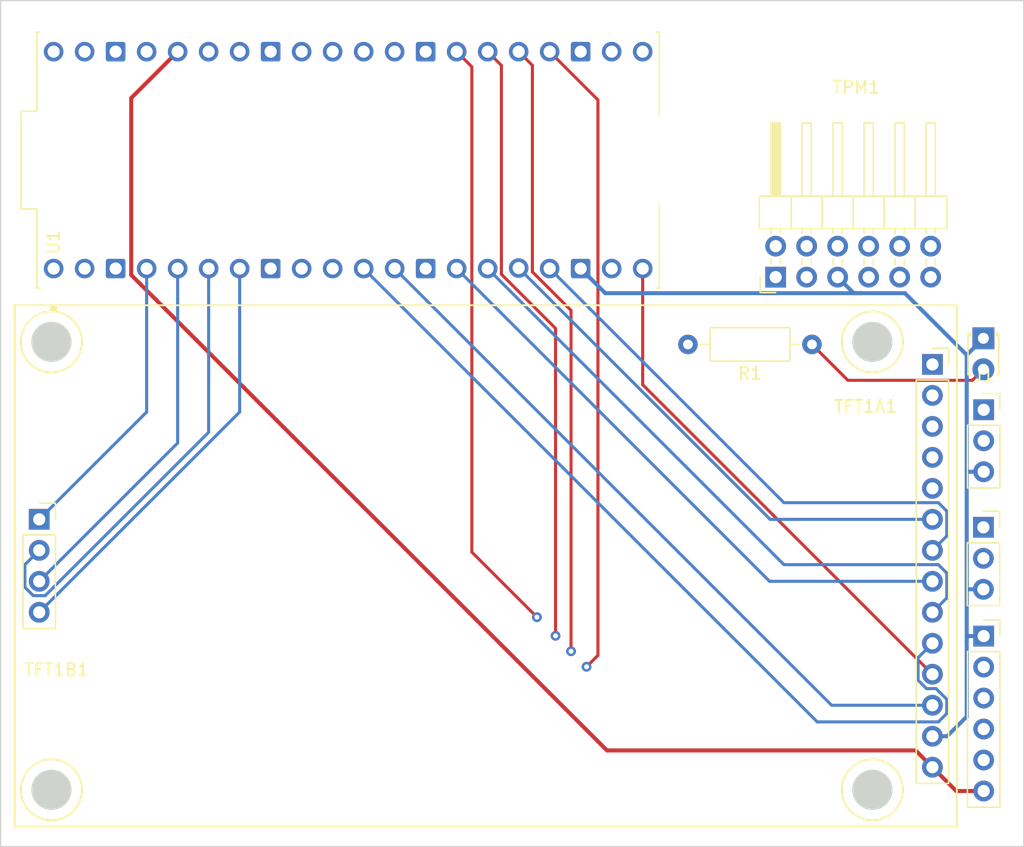
<source format=kicad_pcb>
(kicad_pcb (version 20211014) (generator pcbnew)
  (layers (0 "F.Cu" signal) (1 "In1.Cu" signal) (2 "In2.Cu" signal) (31 "B.Cu" signal) (34 "B.Paste" user) (35 "F.Paste" user) (36 "B.SilkS" user "B.Silkscreen") (37 "F.SilkS" user "F.Silkscreen") (38 "B.Mask" user) (39 "F.Mask" user) (44 "Edge.Cuts" user))
  (net 0 "")
  (net 6 "GND")
  (net 7 "Net-(R1-Pad1)")
  (net 8 "Net-(J2-Pad1)")
  (net 9 "+3V3")
  (net 10 "Net-(U1-Pad7)")
  (net 11 "Net-(U1-Pad34)")
  (net 12 "Net-(TFT1A1-Pad6)")
  (net 17 "Net-(TFT1A1-Pad7)")
  (net 18 "Net-(TFT1A1-Pad8)")
  (net 19 "Net-(TFT1A1-Pad9)")
  (net 20 "Net-(TFT1A1-Pad10)")
  (net 21 "Net-(TFT1A1-Pad11)")
  (net 22 "Net-(TFT1A1-Pad12)")
  (net 23 "/SCK")
  (net 24 "/MISO")
  (net 26 "/MOSI")
  (net 29 "Net-(U1-Pad29)")
  (net 35 "Net-(U1-Pad31)")
  (net 37 "Net-(U1-Pad32)")
  (net 38 "Net-(U1-Pad21)")
  (net 39 "Net-(U1-Pad22)")
  (net 40 "Net-(U1-Pad2)")
  (net 42 "Net-(J3-Pad2)")
  (net 43 "Net-(J3-Pad3)")
  (net 44 "Net-(J3-Pad4)")
  (net 45 "Net-(J3-Pad5)")
  (footprint "Connector_PinSocket_2.54mm:PinSocket_1x03_P2.54mm_Vertical" (layer "F.Cu") (at 199.644 78.994)
    (fp_text reference "J2" hide)
    (fp_text value "Conn_01x02_Male" hide)
    (fp_line (start -1.33 1.27) (end 1.33 1.27) (layer "F.SilkS") (width 0.12))
    (fp_line (start 0 -1.33) (end 1.33 -1.33) (layer "F.SilkS") (width 0.12))
    (fp_line (start 1.33 1.27) (end 1.33 6.41) (layer "F.SilkS") (width 0.12))
    (fp_line (start -1.33 1.27) (end -1.33 6.41) (layer "F.SilkS") (width 0.12))
    (fp_line (start -1.33 6.41) (end 1.33 6.41) (layer "F.SilkS") (width 0.12))
    (fp_line (start 1.33 -1.33) (end 1.33 0) (layer "F.SilkS") (width 0.12))
    (pad "1" thru_hole rect (at 0 0) (size 1.7 1.7) (drill 1) (layers *.Cu *.Mask) (net 8 "Net-(J2-Pad1)"))
    (pad "2" thru_hole oval (at 0 2.54) (size 1.7 1.7) (drill 1) (layers *.Cu *.Mask) (net 40 "Net-(U1-Pad2)"))
    (pad "3" thru_hole oval (at 0 5.08) (size 1.7 1.7) (drill 1) (layers *.Cu *.Mask) (net 6 "GND"))
  )
  (footprint "Connector_PinSocket_2.54mm:PinSocket_1x03_P2.54mm_Vertical" (layer "F.Cu") (at 199.669 69.357)
    (fp_text reference "J1" (at 0 -2.77) (layer "F.SilkS"))
    (fp_text value "Conn_01x02_Male" hide)
    (fp_line (start 1.33 -1.33) (end 1.33 0) (layer "F.SilkS") (width 0.12))
    (fp_line (start -1.33 1.27) (end 1.33 1.27) (layer "F.SilkS") (width 0.12))
    (fp_line (start 1.33 1.27) (end 1.33 6.41) (layer "F.SilkS") (width 0.12))
    (fp_line (start -1.33 6.41) (end 1.33 6.41) (layer "F.SilkS") (width 0.12))
    (fp_line (start -1.33 1.27) (end -1.33 6.41) (layer "F.SilkS") (width 0.12))
    (fp_line (start 0 -1.33) (end 1.33 -1.33) (layer "F.SilkS") (width 0.12))
    (pad "1" thru_hole rect (at 0 0) (size 1.7 1.7) (drill 1) (layers *.Cu *.Mask) (net 38 "Net-(U1-Pad21)"))
    (pad "2" thru_hole oval (at 0 2.54) (size 1.7 1.7) (drill 1) (layers *.Cu *.Mask) (net 39 "Net-(U1-Pad22)"))
    (pad "3" thru_hole oval (at 0 5.08) (size 1.7 1.7) (drill 1) (layers *.Cu *.Mask) (net 6 "GND"))
  )
  (footprint "Connector_PinSocket_2.54mm:PinSocket_1x06_P2.54mm_Vertical" (layer "F.Cu") (at 199.669 87.909)
    (fp_text reference "J3" hide)
    (fp_text value "Conn_01x06_Female" hide)
    (fp_line (start 1.33 -1.33) (end 1.33 0) (layer "F.SilkS") (width 0.12))
    (fp_line (start -1.33 1.27) (end -1.33 14.03) (layer "F.SilkS") (width 0.12))
    (fp_line (start 0 -1.33) (end 1.33 -1.33) (layer "F.SilkS") (width 0.12))
    (fp_line (start 1.33 1.27) (end 1.33 14.03) (layer "F.SilkS") (width 0.12))
    (fp_line (start -1.33 1.27) (end 1.33 1.27) (layer "F.SilkS") (width 0.12))
    (fp_line (start -1.33 14.03) (end 1.33 14.03) (layer "F.SilkS") (width 0.12))
    (pad "1" thru_hole rect (at 0 0) (size 1.7 1.7) (drill 1) (layers *.Cu *.Mask) (net 6 "GND"))
    (pad "2" thru_hole oval (at 0 2.54) (size 1.7 1.7) (drill 1) (layers *.Cu *.Mask) (net 42 "Net-(J3-Pad2)"))
    (pad "3" thru_hole oval (at 0 5.08) (size 1.7 1.7) (drill 1) (layers *.Cu *.Mask) (net 43 "Net-(J3-Pad3)"))
    (pad "4" thru_hole oval (at 0 7.62) (size 1.7 1.7) (drill 1) (layers *.Cu *.Mask) (net 44 "Net-(J3-Pad4)"))
    (pad "5" thru_hole oval (at 0 10.16) (size 1.7 1.7) (drill 1) (layers *.Cu *.Mask) (net 45 "Net-(J3-Pad5)"))
    (pad "6" thru_hole oval (at 0 12.7) (size 1.7 1.7) (drill 1) (layers *.Cu *.Mask) (net 9 "+3V3"))
  )
  (footprint "Connector_PinHeader_2.54mm:PinHeader_2x06_P2.54mm_Horizontal" (layer "F.Cu") (at 182.626 58.482 90)
    (fp_text reference "TPM1" (at 15.556 6.604 180) (layer "F.SilkS"))
    (fp_text value "Conn_02x06_Odd_Even" hide)
    (fp_line (start 6.64 -0.2) (end 12.64 -0.2) (layer "F.SilkS") (width 0.12))
    (fp_line (start 3.582929 2.16) (end 3.98 2.16) (layer "F.SilkS") (width 0.12))
    (fp_line (start 3.98 6.35) (end 6.64 6.35) (layer "F.SilkS") (width 0.12))
    (fp_line (start 3.582929 10.54) (end 3.98 10.54) (layer "F.SilkS") (width 0.12))
    (fp_line (start 12.64 13.08) (end 6.64 13.08) (layer "F.SilkS") (width 0.12))
    (fp_line (start 3.582929 5.46) (end 3.98 5.46) (layer "F.SilkS") (width 0.12))
    (fp_line (start 3.582929 -0.38) (end 3.98 -0.38) (layer "F.SilkS") (width 0.12))
    (fp_line (start 6.64 0.28) (end 12.64 0.28) (layer "F.SilkS") (width 0.12))
    (fp_line (start 1.042929 5.46) (end 1.497071 5.46) (layer "F.SilkS") (width 0.12))
    (fp_line (start 12.64 -0.38) (end 12.64 0.38) (layer "F.SilkS") (width 0.12))
    (fp_line (start 12.64 12.32) (end 12.64 13.08) (layer "F.SilkS") (width 0.12))
    (fp_line (start 6.64 9.78) (end 12.64 9.78) (layer "F.SilkS") (width 0.12))
    (fp_line (start 3.98 3.81) (end 6.64 3.81) (layer "F.SilkS") (width 0.12))
    (fp_line (start 1.042929 13.08) (end 1.497071 13.08) (layer "F.SilkS") (width 0.12))
    (fp_line (start 3.582929 9.78) (end 3.98 9.78) (layer "F.SilkS") (width 0.12))
    (fp_line (start 3.98 8.89) (end 6.64 8.89) (layer "F.SilkS") (width 0.12))
    (fp_line (start 3.98 14.03) (end 6.64 14.03) (layer "F.SilkS") (width 0.12))
    (fp_line (start 12.64 0.38) (end 6.64 0.38) (layer "F.SilkS") (width 0.12))
    (fp_line (start 3.98 1.27) (end 6.64 1.27) (layer "F.SilkS") (width 0.12))
    (fp_line (start 6.64 0.16) (end 12.64 0.16) (layer "F.SilkS") (width 0.12))
    (fp_line (start 12.64 7.24) (end 12.64 8) (layer "F.SilkS") (width 0.12))
    (fp_line (start 1.042929 12.32) (end 1.497071 12.32) (layer "F.SilkS") (width 0.12))
    (fp_line (start 1.042929 2.16) (end 1.497071 2.16) (layer "F.SilkS") (width 0.12))
    (fp_line (start 12.64 9.78) (end 12.64 10.54) (layer "F.SilkS") (width 0.12))
    (fp_line (start 12.64 2.92) (end 6.64 2.92) (layer "F.SilkS") (width 0.12))
    (fp_line (start 1.042929 7.24) (end 1.497071 7.24) (layer "F.SilkS") (width 0.12))
    (fp_line (start 1.042929 2.92) (end 1.497071 2.92) (layer "F.SilkS") (width 0.12))
    (fp_line (start 3.98 11.43) (end 6.64 11.43) (layer "F.SilkS") (width 0.12))
    (fp_line (start 1.042929 10.54) (end 1.497071 10.54) (layer "F.SilkS") (width 0.12))
    (fp_line (start 6.64 2.16) (end 12.64 2.16) (layer "F.SilkS") (width 0.12))
    (fp_line (start 3.582929 7.24) (end 3.98 7.24) (layer "F.SilkS") (width 0.12))
    (fp_line (start 6.64 0.04) (end 12.64 0.04) (layer "F.SilkS") (width 0.12))
    (fp_line (start 6.64 4.7) (end 12.64 4.7) (layer "F.SilkS") (width 0.12))
    (fp_line (start 6.64 14.03) (end 6.64 -1.33) (layer "F.SilkS") (width 0.12))
    (fp_line (start -1.27 0) (end -1.27 -1.27) (layer "F.SilkS") (width 0.12))
    (fp_line (start 1.11 0.38) (end 1.497071 0.38) (layer "F.SilkS") (width 0.12))
    (fp_line (start 6.64 -0.08) (end 12.64 -0.08) (layer "F.SilkS") (width 0.12))
    (fp_line (start 3.582929 8) (end 3.98 8) (layer "F.SilkS") (width 0.12))
    (fp_line (start 12.64 2.16) (end 12.64 2.92) (layer "F.SilkS") (width 0.12))
    (fp_line (start 12.64 8) (end 6.64 8) (layer "F.SilkS") (width 0.12))
    (fp_line (start 3.582929 0.38) (end 3.98 0.38) (layer "F.SilkS") (width 0.12))
    (fp_line (start 1.11 -0.38) (end 1.497071 -0.38) (layer "F.SilkS") (width 0.12))
    (fp_line (start 12.64 10.54) (end 6.64 10.54) (layer "F.SilkS") (width 0.12))
    (fp_line (start 3.582929 4.7) (end 3.98 4.7) (layer "F.SilkS") (width 0.12))
    (fp_line (start 6.64 12.32) (end 12.64 12.32) (layer "F.SilkS") (width 0.12))
    (fp_line (start 3.98 -1.33) (end 3.98 14.03) (layer "F.SilkS") (width 0.12))
    (fp_line (start 3.582929 12.32) (end 3.98 12.32) (layer "F.SilkS") (width 0.12))
    (fp_line (start 6.64 -0.32) (end 12.64 -0.32) (layer "F.SilkS") (width 0.12))
    (fp_line (start 6.64 -1.33) (end 3.98 -1.33) (layer "F.SilkS") (width 0.12))
    (fp_line (start 1.042929 4.7) (end 1.497071 4.7) (layer "F.SilkS") (width 0.12))
    (fp_line (start 3.582929 13.08) (end 3.98 13.08) (layer "F.SilkS") (width 0.12))
    (fp_line (start 1.042929 8) (end 1.497071 8) (layer "F.SilkS") (width 0.12))
    (fp_line (start 3.582929 2.92) (end 3.98 2.92) (layer "F.SilkS") (width 0.12))
    (fp_line (start 6.64 7.24) (end 12.64 7.24) (layer "F.SilkS") (width 0.12))
    (fp_line (start 12.64 4.7) (end 12.64 5.46) (layer "F.SilkS") (width 0.12))
    (fp_line (start 12.64 5.46) (end 6.64 5.46) (layer "F.SilkS") (width 0.12))
    (fp_line (start 6.64 -0.38) (end 12.64 -0.38) (layer "F.SilkS") (width 0.12))
    (fp_line (start -1.27 -1.27) (end 0 -1.27) (layer "F.SilkS") (width 0.12))
    (fp_line (start 1.042929 9.78) (end 1.497071 9.78) (layer "F.SilkS") (width 0.12))
    (pad "1" thru_hole rect (at 0 0 90) (size 1.7 1.7) (drill 1) (layers *.Cu *.Mask))
    (pad "2" thru_hole oval (at 2.54 0 90) (size 1.7 1.7) (drill 1) (layers *.Cu *.Mask) (net 29 "Net-(U1-Pad29)"))
    (pad "3" thru_hole oval (at 0 2.54 90) (size 1.7 1.7) (drill 1) (layers *.Cu *.Mask))
    (pad "4" thru_hole oval (at 2.54 2.54 90) (size 1.7 1.7) (drill 1) (layers *.Cu *.Mask) (net 6 "GND"))
    (pad "5" thru_hole oval (at 0 5.08 90) (size 1.7 1.7) (drill 1) (layers *.Cu *.Mask) (net 6 "GND"))
    (pad "6" thru_hole oval (at 2.54 5.08 90) (size 1.7 1.7) (drill 1) (layers *.Cu *.Mask) (net 35 "Net-(U1-Pad31)"))
    (pad "7" thru_hole oval (at 0 7.62 90) (size 1.7 1.7) (drill 1) (layers *.Cu *.Mask))
    (pad "8" thru_hole oval (at 2.54 7.62 90) (size 1.7 1.7) (drill 1) (layers *.Cu *.Mask) (net 23 "/SCK"))
    (pad "9" thru_hole oval (at 0 10.16 90) (size 1.7 1.7) (drill 1) (layers *.Cu *.Mask) (net 24 "/MISO"))
    (pad "10" thru_hole oval (at 2.54 10.16 90) (size 1.7 1.7) (drill 1) (layers *.Cu *.Mask) (net 26 "/MOSI"))
    (pad "11" thru_hole oval (at 0 12.7 90) (size 1.7 1.7) (drill 1) (layers *.Cu *.Mask) (net 9 "+3V3"))
    (pad "12" thru_hole oval (at 2.54 12.7 90) (size 1.7 1.7) (drill 1) (layers *.Cu *.Mask) (net 37 "Net-(U1-Pad32)"))
  )
  (footprint "Connector_PinSocket_2.54mm:PinSocket_1x14_P2.54mm_Vertical" (layer "F.Cu") (at 195.47 65.64)
    (fp_text reference "TFT1A1" (at -5.478 3.448) (layer "F.SilkS"))
    (fp_text value "Conn_01x14_Female" hide)
    (fp_line (start -1.33 34.35) (end 1.33 34.35) (layer "F.SilkS") (width 0.12))
    (fp_line (start -1.33 1.27) (end -1.33 34.35) (layer "F.SilkS") (width 0.12))
    (fp_line (start -1.33 1.27) (end 1.33 1.27) (layer "F.SilkS") (width 0.12))
    (fp_line (start 1.33 -1.33) (end 1.33 0) (layer "F.SilkS") (width 0.12))
    (fp_line (start 0 -1.33) (end 1.33 -1.33) (layer "F.SilkS") (width 0.12))
    (fp_line (start 1.33 1.27) (end 1.33 34.35) (layer "F.SilkS") (width 0.12))
    (pad "1" thru_hole rect (at 0 0) (size 1.7 1.7) (drill 1) (layers *.Cu *.Mask))
    (pad "2" thru_hole oval (at 0 2.54) (size 1.7 1.7) (drill 1) (layers *.Cu *.Mask))
    (pad "3" thru_hole oval (at 0 5.08) (size 1.7 1.7) (drill 1) (layers *.Cu *.Mask))
    (pad "4" thru_hole oval (at 0 7.62) (size 1.7 1.7) (drill 1) (layers *.Cu *.Mask))
    (pad "5" thru_hole oval (at 0 10.16) (size 1.7 1.7) (drill 1) (layers *.Cu *.Mask))
    (pad "6" thru_hole oval (at 0 12.7) (size 1.7 1.7) (drill 1) (layers *.Cu *.Mask) (net 12 "Net-(TFT1A1-Pad6)"))
    (pad "7" thru_hole oval (at 0 15.24) (size 1.7 1.7) (drill 1) (layers *.Cu *.Mask) (net 17 "Net-(TFT1A1-Pad7)"))
    (pad "8" thru_hole oval (at 0 17.78) (size 1.7 1.7) (drill 1) (layers *.Cu *.Mask) (net 18 "Net-(TFT1A1-Pad8)"))
    (pad "9" thru_hole oval (at 0 20.32) (size 1.7 1.7) (drill 1) (layers *.Cu *.Mask) (net 19 "Net-(TFT1A1-Pad9)"))
    (pad "10" thru_hole oval (at 0 22.86) (size 1.7 1.7) (drill 1) (layers *.Cu *.Mask) (net 20 "Net-(TFT1A1-Pad10)"))
    (pad "11" thru_hole oval (at 0 25.4) (size 1.7 1.7) (drill 1) (layers *.Cu *.Mask) (net 21 "Net-(TFT1A1-Pad11)"))
    (pad "12" thru_hole oval (at 0 27.94) (size 1.7 1.7) (drill 1) (layers *.Cu *.Mask) (net 22 "Net-(TFT1A1-Pad12)"))
    (pad "13" thru_hole oval (at 0 30.48) (size 1.7 1.7) (drill 1) (layers *.Cu *.Mask) (net 6 "GND"))
    (pad "14" thru_hole oval (at 0 33.02) (size 1.7 1.7) (drill 1) (layers *.Cu *.Mask) (net 9 "+3V3"))
  )
  (footprint "Resistor_THT:R_Axial_DIN0207_L6.3mm_D2.5mm_P10.16mm_Horizontal" (layer "F.Cu") (at 185.6 64 180)
    (fp_text reference "R1" (at 5.08 -2.37) (layer "F.SilkS"))
    (fp_text value "100R")
    (fp_line (start 1.04 0) (end 1.81 0) (layer "F.SilkS") (width 0.12))
    (fp_line (start 8.35 1.37) (end 8.35 -1.37) (layer "F.SilkS") (width 0.12))
    (fp_line (start 9.12 0) (end 8.35 0) (layer "F.SilkS") (width 0.12))
    (fp_line (start 1.81 1.37) (end 8.35 1.37) (layer "F.SilkS") (width 0.12))
    (fp_line (start 8.35 -1.37) (end 1.81 -1.37) (layer "F.SilkS") (width 0.12))
    (fp_line (start 1.81 -1.37) (end 1.81 1.37) (layer "F.SilkS") (width 0.12))
    (pad "1" thru_hole circle (at 0 0 180) (size 1.6 1.6) (drill 0.8) (layers *.Cu *.Mask) (net 7 "Net-(R1-Pad1)"))
    (pad "2" thru_hole oval (at 10.16 0 180) (size 1.6 1.6) (drill 0.8) (layers *.Cu *.Mask) (net 11 "Net-(U1-Pad34)"))
  )
  (footprint "Raspberry_Pi_Pico_W_Kicad_Files:MODULE_SC0918" (layer "F.Cu") (at 147.6 48.89 90)
    (fp_text reference "U1" (at -6.736 -24.156 90) (layer "F.SilkS"))
    (fp_text value "Pico")
    (fp_line (start -4 -25.5) (end -4 -26.8) (layer "F.SilkS") (width 0.127))
    (fp_line (start 10.5 -25.5) (end 10.5 -25.25) (layer "F.SilkS") (width 0.127))
    (fp_line (start -10.5 -25.25) (end -10.5 -25.5) (layer "F.SilkS") (width 0.127))
    (fp_line (start -10.5 -25.5) (end -4 -25.5) (layer "F.SilkS") (width 0.127))
    (fp_line (start 4 -26.8) (end 4 -25.5) (layer "F.SilkS") (width 0.127))
    (fp_line (start -3.66 25.5) (end -10.5 25.5) (layer "F.SilkS") (width 0.127))
    (fp_line (start -10.5 25.5) (end -10.5 25.25) (layer "F.SilkS") (width 0.127))
    (fp_line (start 10.5 25.5) (end 3.66 25.5) (layer "F.SilkS") (width 0.127))
    (fp_line (start 4 -25.5) (end 10.5 -25.5) (layer "F.SilkS") (width 0.127))
    (fp_line (start -4 -26.8) (end 4 -26.8) (layer "F.SilkS") (width 0.127))
    (fp_line (start 10.5 25.5) (end 10.5 25.25) (layer "F.SilkS") (width 0.127))
    (fp_circle (center -12.19 -24.13) (end -11.99 -24.13) (layer "F.SilkS") (width 0.2) (fill solid))
    (pad "1" thru_hole circle (at -8.89 -24.13 90) (size 1.6 1.6) (drill 1) (layers *.Cu *.Mask) (net 8 "Net-(J2-Pad1)"))
    (pad "2" thru_hole circle (at -8.89 -21.59 90) (size 1.6 1.6) (drill 1) (layers *.Cu *.Mask) (net 40 "Net-(U1-Pad2)"))
    (pad "3" thru_hole roundrect (at -8.89 -19.05 90) (size 1.6 1.6) (drill 1) (layers *.Cu *.Mask) (roundrect_rratio 0.125) (net 6 "GND"))
    (pad "4" thru_hole circle (at -8.89 -16.51 90) (size 1.6 1.6) (drill 1) (layers *.Cu *.Mask) (net 23 "/SCK"))
    (pad "5" thru_hole circle (at -8.89 -13.97 90) (size 1.6 1.6) (drill 1) (layers *.Cu *.Mask) (net 26 "/MOSI"))
    (pad "6" thru_hole circle (at -8.89 -11.43 90) (size 1.6 1.6) (drill 1) (layers *.Cu *.Mask) (net 24 "/MISO"))
    (pad "7" thru_hole circle (at -8.89 -8.89 90) (size 1.6 1.6) (drill 1) (layers *.Cu *.Mask) (net 10 "Net-(U1-Pad7)"))
    (pad "8" thru_hole roundrect (at -8.89 -6.35 90) (size 1.6 1.6) (drill 1) (layers *.Cu *.Mask) (roundrect_rratio 0.125) (net 6 "GND"))
    (pad "9" thru_hole circle (at -8.89 -3.81 90) (size 1.6 1.6) (drill 1) (layers *.Cu *.Mask))
    (pad "10" thru_hole circle (at -8.89 -1.27 90) (size 1.6 1.6) (drill 1) (layers *.Cu *.Mask))
    (pad "11" thru_hole circle (at -8.89 1.27 90) (size 1.6 1.6) (drill 1) (layers *.Cu *.Mask) (net 20 "Net-(TFT1A1-Pad10)"))
    (pad "12" thru_hole circle (at -8.89 3.81 90) (size 1.6 1.6) (drill 1) (layers *.Cu *.Mask) (net 22 "Net-(TFT1A1-Pad12)"))
    (pad "13" thru_hole roundrect (at -8.89 6.35 90) (size 1.6 1.6) (drill 1) (layers *.Cu *.Mask) (roundrect_rratio 0.125))
    (pad "14" thru_hole circle (at -8.89 8.89 90) (size 1.6 1.6) (drill 1) (layers *.Cu *.Mask) (net 18 "Net-(TFT1A1-Pad8)"))
    (pad "15" thru_hole circle (at -8.89 11.43 90) (size 1.6 1.6) (drill 1) (layers *.Cu *.Mask) (net 19 "Net-(TFT1A1-Pad9)"))
    (pad "16" thru_hole circle (at -8.848119 13.97 90) (size 1.6 1.6) (drill 1) (layers *.Cu *.Mask) (net 12 "Net-(TFT1A1-Pad6)"))
    (pad "17" thru_hole circle (at -8.89 16.51 90) (size 1.6 1.6) (drill 1) (layers *.Cu *.Mask) (net 17 "Net-(TFT1A1-Pad7)"))
    (pad "18" thru_hole roundrect (at -8.89 19.05 90) (size 1.6 1.6) (drill 1) (layers *.Cu *.Mask) (roundrect_rratio 0.125) (net 6 "GND"))
    (pad "19" thru_hole circle (at -8.89 21.59 90) (size 1.6 1.6) (drill 1) (layers *.Cu *.Mask))
    (pad "20" thru_hole circle (at -8.89 24.13 90) (size 1.6 1.6) (drill 1) (layers *.Cu *.Mask) (net 21 "Net-(TFT1A1-Pad11)"))
    (pad "21" thru_hole circle (at 8.89 24.13 90) (size 1.6 1.6) (drill 1) (layers *.Cu *.Mask) (net 38 "Net-(U1-Pad21)"))
    (pad "22" thru_hole circle (at 8.89 21.59 90) (size 1.6 1.6) (drill 1) (layers *.Cu *.Mask) (net 39 "Net-(U1-Pad22)"))
    (pad "23" thru_hole roundrect (at 8.89 19.05 90) (size 1.6 1.6) (drill 1) (layers *.Cu *.Mask) (roundrect_rratio 0.125) (net 6 "GND"))
    (pad "24" thru_hole circle (at 8.89 16.51 90) (size 1.6 1.6) (drill 1) (layers *.Cu *.Mask) (net 45 "Net-(J3-Pad5)"))
    (pad "25" thru_hole circle (at 8.89 13.97 90) (size 1.6 1.6) (drill 1) (layers *.Cu *.Mask) (net 44 "Net-(J3-Pad4)"))
    (pad "26" thru_hole circle (at 8.89 11.43 90) (size 1.6 1.6) (drill 1) (layers *.Cu *.Mask) (net 43 "Net-(J3-Pad3)"))
    (pad "27" thru_hole circle (at 8.89 8.89 90) (size 1.6 1.6) (drill 1) (layers *.Cu *.Mask) (net 42 "Net-(J3-Pad2)"))
    (pad "28" thru_hole roundrect (at 8.89 6.35 90) (size 1.6 1.6) (drill 1) (layers *.Cu *.Mask) (roundrect_rratio 0.125))
    (pad "29" thru_hole circle (at 8.89 3.81 90) (size 1.6 1.6) (drill 1) (layers *.Cu *.Mask) (net 29 "Net-(U1-Pad29)"))
    (pad "30" thru_hole circle (at 8.89 1.27 90) (size 1.6 1.6) (drill 1) (layers *.Cu *.Mask))
    (pad "31" thru_hole circle (at 8.89 -1.27 90) (size 1.6 1.6) (drill 1) (layers *.Cu *.Mask) (net 35 "Net-(U1-Pad31)"))
    (pad "32" thru_hole circle (at 8.89 -3.81 90) (size 1.6 1.6) (drill 1) (layers *.Cu *.Mask) (net 37 "Net-(U1-Pad32)"))
    (pad "33" thru_hole roundrect (at 8.89 -6.35 90) (size 1.6 1.6) (drill 1) (layers *.Cu *.Mask) (roundrect_rratio 0.125))
    (pad "34" thru_hole circle (at 8.89 -8.89 90) (size 1.6 1.6) (drill 1) (layers *.Cu *.Mask) (net 11 "Net-(U1-Pad34)"))
    (pad "35" thru_hole circle (at 8.89 -11.43 90) (size 1.6 1.6) (drill 1) (layers *.Cu *.Mask))
    (pad "36" thru_hole circle (at 8.89 -13.97 90) (size 1.6 1.6) (drill 1) (layers *.Cu *.Mask) (net 9 "+3V3"))
    (pad "37" thru_hole circle (at 8.89 -16.51 90) (size 1.6 1.6) (drill 1) (layers *.Cu *.Mask))
    (pad "38" thru_hole roundrect (at 8.89 -19.05 90) (size 1.6 1.6) (drill 1) (layers *.Cu *.Mask) (roundrect_rratio 0.125) (net 6 "GND"))
    (pad "39" thru_hole circle (at 8.89 -21.59 90) (size 1.6 1.6) (drill 1) (layers *.Cu *.Mask))
    (pad "40" thru_hole circle (at 8.89 -24.13 90) (size 1.6 1.6) (drill 1) (layers *.Cu *.Mask))
  )
  (footprint "Connector_PinSocket_2.54mm:PinSocket_1x04_P2.54mm_Vertical" (layer "F.Cu") (at 122.29 78.34)
    (fp_text reference "TFT1B1" (at 1.408 12.338) (layer "F.SilkS"))
    (fp_text value "Conn_01x04_Female" hide)
    (fp_line (start 1.33 -1.33) (end 1.33 0) (layer "F.SilkS") (width 0.12))
    (fp_line (start 0 -1.33) (end 1.33 -1.33) (layer "F.SilkS") (width 0.12))
    (fp_line (start -1.33 8.95) (end 1.33 8.95) (layer "F.SilkS") (width 0.12))
    (fp_line (start -1.33 1.27) (end -1.33 8.95) (layer "F.SilkS") (width 0.12))
    (fp_line (start 1.33 1.27) (end 1.33 8.95) (layer "F.SilkS") (width 0.12))
    (fp_line (start -1.33 1.27) (end 1.33 1.27) (layer "F.SilkS") (width 0.12))
    (pad "1" thru_hole rect (at 0 0) (size 1.7 1.7) (drill 1) (layers *.Cu *.Mask) (net 23 "/SCK"))
    (pad "2" thru_hole oval (at 0 2.54) (size 1.7 1.7) (drill 1) (layers *.Cu *.Mask) (net 24 "/MISO"))
    (pad "3" thru_hole oval (at 0 5.08) (size 1.7 1.7) (drill 1) (layers *.Cu *.Mask) (net 26 "/MOSI"))
    (pad "4" thru_hole oval (at 0 7.62) (size 1.7 1.7) (drill 1) (layers *.Cu *.Mask) (net 10 "Net-(U1-Pad7)"))
  )
  (footprint "LED_THT:LED_D1.8mm_W3.3mm_H2.4mm" (layer "F.Cu") (at 199.644 63.5 -90)
    (fp_text reference "D1" hide)
    (fp_text value "LED" hide)
    (fp_line (start -0.44 -1.26) (end 2.98 -1.26) (layer "F.SilkS") (width 0.12))
    (fp_line (start 2.98 1.095) (end 2.98 1.26) (layer "F.SilkS") (width 0.12))
    (fp_line (start -0.2 -1.26) (end -0.2 -1.08) (layer "F.SilkS") (width 0.12))
    (fp_line (start -0.44 -1.26) (end -0.44 -1.08) (layer "F.SilkS") (width 0.12))
    (fp_line (start -0.44 1.08) (end -0.44 1.26) (layer "F.SilkS") (width 0.12))
    (fp_line (start -0.2 1.08) (end -0.2 1.26) (layer "F.SilkS") (width 0.12))
    (fp_line (start -0.32 -1.26) (end -0.32 -1.08) (layer "F.SilkS") (width 0.12))
    (fp_line (start 2.98 -1.26) (end 2.98 -1.095) (layer "F.SilkS") (width 0.12))
    (fp_line (start -0.44 1.26) (end 2.98 1.26) (layer "F.SilkS") (width 0.12))
    (fp_line (start -0.32 1.08) (end -0.32 1.26) (layer "F.SilkS") (width 0.12))
    (pad "1" thru_hole rect (at 0 0 270) (size 1.8 1.8) (drill 0.9) (layers *.Cu *.Mask) (net 6 "GND"))
    (pad "2" thru_hole circle (at 2.54 0 270) (size 1.8 1.8) (drill 0.9) (layers *.Cu *.Mask) (net 7 "Net-(R1-Pad1)"))
  )
  (gr_circle (center 190.55 100.51) (end 193.05 100.51) (layer "F.SilkS") (width 0.15) (fill none))
  (gr_rect (start 120.29 60.79) (end 197.47 103.51) (layer "F.SilkS") (width 0.15) (fill none))
  (gr_circle (center 123.29 100.51) (end 125.79 100.51) (layer "F.SilkS") (width 0.15) (fill none))
  (gr_circle (center 123.29 63.79) (end 125.79 63.79) (layer "F.SilkS") (width 0.15) (fill none))
  (gr_circle (center 190.55 63.79) (end 193.05 63.79) (layer "F.SilkS") (width 0.15) (fill none))
  (gr_circle (center 123.29 63.79) (end 124.89 63.79) (layer "Edge.Cuts") (width 0.1) (fill solid))
  (gr_circle (center 190.55 100.51) (end 192.15 100.51) (layer "Edge.Cuts") (width 0.1) (fill solid))
  (gr_rect (start 202.946 105.156) (end 119.126 35.814) (layer "Edge.Cuts") (width 0.1) (fill none))
  (gr_circle (center 123.29 100.51) (end 124.89 100.51) (layer "Edge.Cuts") (width 0.1) (fill solid))
  (gr_circle (center 190.55 63.79) (end 192.15 63.79) (layer "Edge.Cuts") (width 0.1) (fill solid))
  (segment (start 199.669 87.909) (end 198.413 87.909) (width 0.33) (layer "B.Cu") (net 6))
  (segment (start 166.65 57.78) (end 168.667 59.797) (width 0.33) (layer "B.Cu") (net 6))
  (segment (start 198.279 74.327) (end 198.279 64.865) (width 0.33) (layer "B.Cu") (net 6))
  (segment (start 189.021 59.797) (end 189.631 59.797) (width 0.33) (layer "B.Cu") (net 6))
  (segment (start 198.374 84.074) (end 198.279 84.169) (width 0.33) (layer "B.Cu") (net 6))
  (segment (start 168.667 59.797) (end 189.631 59.797) (width 0.33) (layer "B.Cu") (net 6))
  (segment (start 198.279 84.169) (end 198.279 74.327) (width 0.33) (layer "B.Cu") (net 6))
  (segment (start 198.413 87.909) (end 198.279 88.043) (width 0.33) (layer "B.Cu") (net 6))
  (segment (start 196.672081 96.12) (end 198.279 94.513081) (width 0.33) (layer "B.Cu") (net 6))
  (segment (start 199.644 84.074) (end 198.374 84.074) (width 0.33) (layer "B.Cu") (net 6))
  (segment (start 198.279 88.043) (end 198.279 84.169) (width 0.33) (layer "B.Cu") (net 6))
  (segment (start 193.211 59.797) (end 198.279 64.865) (width 0.33) (layer "B.Cu") (net 6))
  (segment (start 189.631 59.797) (end 193.211 59.797) (width 0.33) (layer "B.Cu") (net 6))
  (segment (start 198.279 88.297) (end 198.279 88.043) (width 0.33) (layer "B.Cu") (net 6))
  (segment (start 195.47 96.12) (end 196.672081 96.12) (width 0.33) (layer "B.Cu") (net 6))
  (segment (start 198.389 74.437) (end 198.279 74.327) (width 0.33) (layer "B.Cu") (net 6))
  (segment (start 187.706 58.482) (end 189.021 59.797) (width 0.33) (layer "B.Cu") (net 6))
  (segment (start 198.279 64.865) (end 199.644 63.5) (width 0.33) (layer "B.Cu") (net 6))
  (segment (start 198.279 94.513081) (end 198.279 88.297) (width 0.33) (layer "B.Cu") (net 6))
  (segment (start 199.669 74.437) (end 198.389 74.437) (width 0.33) (layer "B.Cu") (net 6))
  (segment (start 198.744 66.94) (end 188.54 66.94) (width 0.25) (layer "F.Cu") (net 7))
  (segment (start 199.644 66.04) (end 198.744 66.94) (width 0.25) (layer "F.Cu") (net 7))
  (segment (start 188.54 66.94) (end 185.6 64) (width 0.25) (layer "F.Cu") (net 7))
  (segment (start 197.419 100.609) (end 199.669 100.609) (width 0.33) (layer "F.Cu") (net 9))
  (segment (start 129.825 58.303981) (end 168.803019 97.282) (width 0.33) (layer "F.Cu") (net 9))
  (segment (start 195.47 98.66) (end 197.419 100.609) (width 0.33) (layer "F.Cu") (net 9))
  (segment (start 194.092 97.282) (end 195.47 98.66) (width 0.33) (layer "F.Cu") (net 9))
  (segment (start 133.63 40) (end 129.825 43.805) (width 0.33) (layer "F.Cu") (net 9))
  (segment (start 168.803019 97.282) (end 194.092 97.282) (width 0.33) (layer "F.Cu") (net 9))
  (segment (start 129.825 43.805) (end 129.825 58.303981) (width 0.33) (layer "F.Cu") (net 9))
  (segment (start 138.71 69.54) (end 138.71 57.78) (width 0.25) (layer "B.Cu") (net 10))
  (segment (start 122.29 85.96) (end 138.71 69.54) (width 0.25) (layer "B.Cu") (net 10))
  (segment (start 182.171881 78.34) (end 161.57 57.738119) (width 0.25) (layer "B.Cu") (net 12))
  (segment (start 195.47 78.34) (end 182.171881 78.34) (width 0.25) (layer "B.Cu") (net 12))
  (segment (start 183.305 76.975) (end 164.11 57.78) (width 0.25) (layer "B.Cu") (net 17))
  (segment (start 196.645 79.705) (end 196.645 77.663299) (width 0.25) (layer "B.Cu") (net 17))
  (segment (start 195.956701 76.975) (end 183.305 76.975) (width 0.25) (layer "B.Cu") (net 17))
  (segment (start 195.47 80.88) (end 196.645 79.705) (width 0.25) (layer "B.Cu") (net 17))
  (segment (start 196.645 77.663299) (end 195.956701 76.975) (width 0.25) (layer "B.Cu") (net 17))
  (segment (start 195.47 83.42) (end 182.13 83.42) (width 0.25) (layer "B.Cu") (net 18))
  (segment (start 182.13 83.42) (end 156.49 57.78) (width 0.25) (layer "B.Cu") (net 18))
  (segment (start 183.305 82.055) (end 159.03 57.78) (width 0.25) (layer "B.Cu") (net 19))
  (segment (start 195.956701 82.055) (end 183.305 82.055) (width 0.25) (layer "B.Cu") (net 19))
  (segment (start 195.47 85.96) (end 196.645 84.785) (width 0.25) (layer "B.Cu") (net 19))
  (segment (start 196.645 82.743299) (end 195.956701 82.055) (width 0.25) (layer "B.Cu") (net 19))
  (segment (start 196.645 84.785) (end 196.645 82.743299) (width 0.25) (layer "B.Cu") (net 19))
  (segment (start 195.47 88.5) (end 194.295 89.675) (width 0.25) (layer "B.Cu") (net 20))
  (segment (start 194.983299 92.215) (end 195.766701 92.215) (width 0.25) (layer "B.Cu") (net 20))
  (segment (start 186.035 94.945) (end 148.87 57.78) (width 0.25) (layer "B.Cu") (net 20))
  (segment (start 196.645 94.256701) (end 195.956701 94.945) (width 0.25) (layer "B.Cu") (net 20))
  (segment (start 194.295 89.675) (end 194.295 91.526701) (width 0.25) (layer "B.Cu") (net 20))
  (segment (start 196.645 93.093299) (end 196.645 94.256701) (width 0.25) (layer "B.Cu") (net 20))
  (segment (start 195.956701 94.945) (end 186.035 94.945) (width 0.25) (layer "B.Cu") (net 20))
  (segment (start 195.766701 92.215) (end 196.645 93.093299) (width 0.25) (layer "B.Cu") (net 20))
  (segment (start 194.295 91.526701) (end 194.983299 92.215) (width 0.25) (layer "B.Cu") (net 20))
  (segment (start 195.47 91.04) (end 171.73 67.3) (width 0.25) (layer "F.Cu") (net 21))
  (segment (start 171.73 67.3) (end 171.73 57.78) (width 0.25) (layer "F.Cu") (net 21))
  (segment (start 187.21 93.58) (end 151.41 57.78) (width 0.25) (layer "B.Cu") (net 22))
  (segment (start 195.47 93.58) (end 187.21 93.58) (width 0.25) (layer "B.Cu") (net 22))
  (segment (start 131.09 69.54) (end 122.29 78.34) (width 0.25) (layer "B.Cu") (net 23))
  (segment (start 131.09 57.78) (end 131.09 69.54) (width 0.25) (layer "B.Cu") (net 23))
  (segment (start 121.803299 84.595) (end 122.776701 84.595) (width 0.25) (layer "B.Cu") (net 24))
  (segment (start 121.115 83.906701) (end 121.803299 84.595) (width 0.25) (layer "B.Cu") (net 24))
  (segment (start 122.776701 84.595) (end 136.17 71.201701) (width 0.25) (layer "B.Cu") (net 24))
  (segment (start 136.17 71.201701) (end 136.17 57.78) (width 0.25) (layer "B.Cu") (net 24))
  (segment (start 122.29 80.88) (end 121.115 82.055) (width 0.25) (layer "B.Cu") (net 24))
  (segment (start 121.115 82.055) (end 121.115 83.906701) (width 0.25) (layer "B.Cu") (net 24))
  (segment (start 133.63 57.78) (end 133.63 72.08) (width 0.25) (layer "B.Cu") (net 26))
  (segment (start 133.63 72.08) (end 122.29 83.42) (width 0.25) (layer "B.Cu") (net 26))
  (segment (start 157.734 41.244) (end 157.734 81.026) (width 0.25) (layer "F.Cu") (net 42))
  (segment (start 156.49 40) (end 157.734 41.244) (width 0.25) (layer "F.Cu") (net 42))
  (segment (start 157.734 81.026) (end 163.068 86.36) (width 0.25) (layer "F.Cu") (net 42))
  (via (at 163.068 86.36) (size 0.8) (drill 0.4) (layers "F.Cu" "B.Cu") (net 42))
  (segment (start 164.592 62.682991) (end 160.155 58.245991) (width 0.25) (layer "F.Cu") (net 43))
  (segment (start 160.155 58.245991) (end 160.155 41.125) (width 0.25) (layer "F.Cu") (net 43))
  (segment (start 160.155 41.125) (end 159.03 40) (width 0.25) (layer "F.Cu") (net 43))
  (segment (start 164.592 87.884) (end 164.592 62.682991) (width 0.25) (layer "F.Cu") (net 43))
  (via (at 164.592 87.884) (size 0.8) (drill 0.4) (layers "F.Cu" "B.Cu") (net 43))
  (segment (start 165.862 61.214) (end 162.695 58.047) (width 0.25) (layer "F.Cu") (net 44))
  (segment (start 165.862 89.154) (end 165.862 61.214) (width 0.25) (layer "F.Cu") (net 44))
  (segment (start 162.695 58.047) (end 162.695 41.125) (width 0.25) (layer "F.Cu") (net 44))
  (segment (start 162.695 41.125) (end 161.57 40) (width 0.25) (layer "F.Cu") (net 44))
  (via (at 165.862 89.154) (size 0.8) (drill 0.4) (layers "F.Cu" "B.Cu") (net 44))
  (segment (start 168.065 89.491) (end 167.132 90.424) (width 0.25) (layer "F.Cu") (net 45))
  (segment (start 168.065 43.955) (end 168.065 89.491) (width 0.25) (layer "F.Cu") (net 45))
  (segment (start 164.11 40) (end 168.065 43.955) (width 0.25) (layer "F.Cu") (net 45))
  (via (at 167.132 90.424) (size 0.8) (drill 0.4) (layers "F.Cu" "B.Cu") (net 45))
)
</source>
